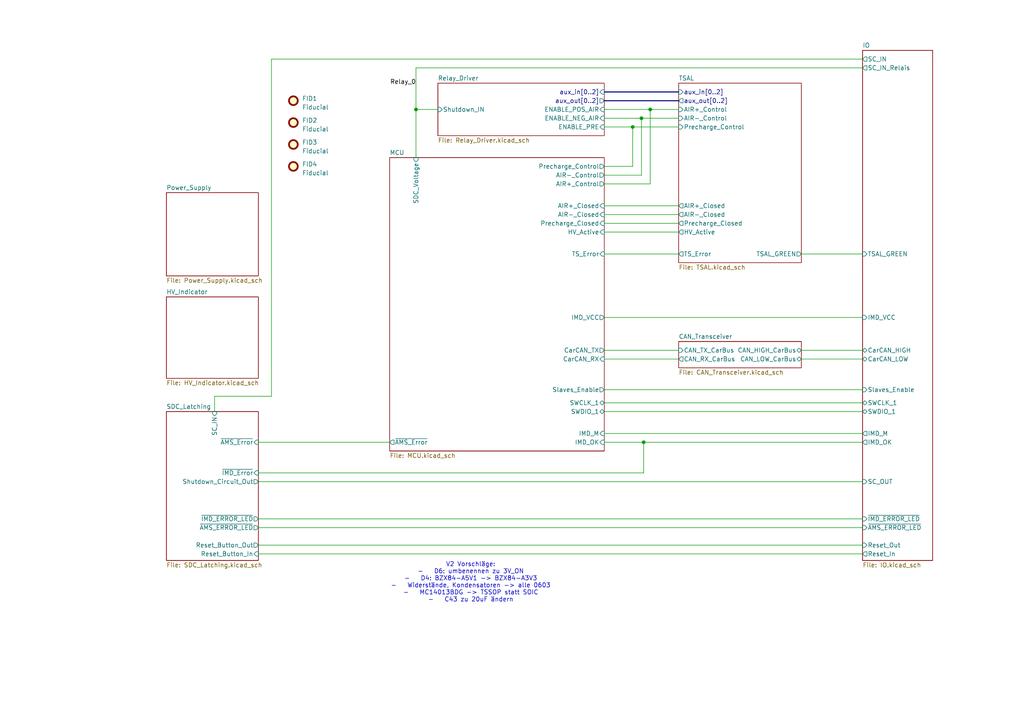
<source format=kicad_sch>
(kicad_sch (version 20231120) (generator "eeschema") (generator_version "8.0")
  (paper "A4")
  (lib_symbols
    (symbol "Mechanical:Fiducial"
      (property "Reference" "FID" (at 0 5.08 0))
      (property "Value" "Fiducial" (at 0 3.175 0))
      (symbol "Fiducial_0_1"
        (circle (center 0 0) (radius 1.27) (stroke (width 0.508)) (fill (type background)))
      )
    )
  )
  (junction (at 186.69 128.27))
  (junction (at 188.595 31.75))
  (junction (at 183.515 36.83))
  (junction (at 186.055 34.29))
  (junction (at 120.65 31.75))
  (wire (pts (xy 175.26 59.69) (xy 196.85 59.69)))
  (wire (pts (xy 74.93 150.495) (xy 250.19 150.495)))
  (wire (pts (xy 188.595 53.34) (xy 188.595 31.75)))
  (wire (pts (xy 175.26 36.83) (xy 183.515 36.83)))
  (wire (pts (xy 175.26 128.27) (xy 186.69 128.27)))
  (wire (pts (xy 186.055 34.29) (xy 196.85 34.29)))
  (wire (pts (xy 120.65 19.685) (xy 120.65 31.75)))
  (wire (pts (xy 186.69 128.27) (xy 186.69 137.16)))
  (bus (pts (xy 175.26 29.21) (xy 196.85 29.21)))
  (wire (pts (xy 175.26 31.75) (xy 188.595 31.75)))
  (wire (pts (xy 78.74 17.145) (xy 250.19 17.145)))
  (wire (pts (xy 78.74 114.935) (xy 62.23 114.935)))
  (wire (pts (xy 175.26 113.03) (xy 250.19 113.03)))
  (wire (pts (xy 74.93 153.035) (xy 250.19 153.035)))
  (wire (pts (xy 74.93 158.115) (xy 250.19 158.115)))
  (wire (pts (xy 183.515 36.83) (xy 183.515 48.26)))
  (wire (pts (xy 78.74 17.145) (xy 78.74 114.935)))
  (wire (pts (xy 188.595 31.75) (xy 196.85 31.75)))
  (wire (pts (xy 175.26 92.075) (xy 250.19 92.075)))
  (wire (pts (xy 232.41 104.14) (xy 250.19 104.14)))
  (wire (pts (xy 175.26 73.66) (xy 196.85 73.66)))
  (wire (pts (xy 175.26 48.26) (xy 183.515 48.26)))
  (wire (pts (xy 175.26 67.31) (xy 196.85 67.31)))
  (wire (pts (xy 74.93 128.27) (xy 113.03 128.27)))
  (wire (pts (xy 175.26 116.84) (xy 250.19 116.84)))
  (wire (pts (xy 120.65 31.75) (xy 120.65 45.72)))
  (wire (pts (xy 175.26 50.8) (xy 186.055 50.8)))
  (wire (pts (xy 120.65 31.75) (xy 127 31.75)))
  (wire (pts (xy 74.93 139.7) (xy 250.19 139.7)))
  (wire (pts (xy 175.26 64.77) (xy 196.85 64.77)))
  (wire (pts (xy 175.26 34.29) (xy 186.055 34.29)))
  (wire (pts (xy 175.26 62.23) (xy 196.85 62.23)))
  (wire (pts (xy 232.41 73.66) (xy 250.19 73.66)))
  (wire (pts (xy 186.69 128.27) (xy 250.19 128.27)))
  (wire (pts (xy 74.93 160.655) (xy 250.19 160.655)))
  (wire (pts (xy 175.26 125.73) (xy 250.19 125.73)))
  (wire (pts (xy 175.26 101.6) (xy 196.85 101.6)))
  (wire (pts (xy 183.515 36.83) (xy 196.85 36.83)))
  (wire (pts (xy 175.26 119.38) (xy 250.19 119.38)))
  (bus (pts (xy 175.26 26.67) (xy 196.85 26.67)))
  (wire (pts (xy 175.26 104.14) (xy 196.85 104.14)))
  (wire (pts (xy 74.93 137.16) (xy 186.69 137.16)))
  (wire (pts (xy 62.23 114.935) (xy 62.23 119.38)))
  (wire (pts (xy 120.65 19.685) (xy 250.19 19.685)))
  (wire (pts (xy 232.41 101.6) (xy 250.19 101.6)))
  (wire (pts (xy 186.055 34.29) (xy 186.055 50.8)))
  (wire (pts (xy 175.26 53.34) (xy 188.595 53.34)))
  (text "V2 Vorschläge:\n-	D6: umbenennen zu 3V_ON\n-	D4: BZX84-A5V1 -> BZX84-A3V3\n- 	Widerstände, Kondensatoren -> alle 0603\n- 	MC14013BDG -> TSSOP statt SOIC\n- 	C43 zu 20uF ändern" (at 136.525 168.91 0) (effects (font (size 1.27 1.27))))
  (label "Relay_0" (at 120.65 24.765 180) (property "Netclass" "Relay" (effects (hide yes))))
  (symbol (lib_id "Mechanical:Fiducial") (at 85.09 29.21 0) (unit 1)
    (property "Reference" "FID1" (at 87.63 28.575 0) (effects (justify left)))
    (property "Value" "Fiducial" (at 87.63 31.115 0) (effects (justify left)))
    (property "Footprint" "Fiducial:Fiducial_1mm_Mask2mm" (effects (hide yes)))
    (property "Description" "Fiducial Marker" (effects (hide yes)))
  )
  (symbol (lib_id "Mechanical:Fiducial") (at 85.09 35.56 0) (unit 1)
    (property "Reference" "FID2" (at 87.63 34.925 0) (effects (justify left)))
    (property "Value" "Fiducial" (at 87.63 37.465 0) (effects (justify left)))
    (property "Footprint" "Fiducial:Fiducial_1mm_Mask2mm" (effects (hide yes)))
    (property "Description" "Fiducial Marker" (effects (hide yes)))
  )
  (symbol (lib_id "Mechanical:Fiducial") (at 85.09 48.26 0) (unit 1)
    (property "Reference" "FID4" (at 87.63 47.625 0) (effects (justify left)))
    (property "Value" "Fiducial" (at 87.63 50.165 0) (effects (justify left)))
    (property "Footprint" "Fiducial:Fiducial_1mm_Mask2mm" (effects (hide yes)))
    (property "Description" "Fiducial Marker" (effects (hide yes)))
  )
  (symbol (lib_id "Mechanical:Fiducial") (at 85.09 41.91 0) (unit 1)
    (property "Reference" "FID3" (at 87.63 41.275 0) (effects (justify left)))
    (property "Value" "Fiducial" (at 87.63 43.815 0) (effects (justify left)))
    (property "Footprint" "Fiducial:Fiducial_1mm_Mask2mm" (effects (hide yes)))
    (property "Description" "Fiducial Marker" (effects (hide yes)))
  )
  (sheet (at 48.26 119.38) (size 26.67 43.18) (stroke (width 0.1524))
    (property "Sheetname" "SDC_Latching" (at 48.26 118.6684 0) (effects (justify left bottom)))
    (property "Sheetfile" "SDC_Latching.kicad_sch" (at 48.26 163.1446 0) (effects (justify left top)))
    (pin "Reset_Button_In" input (at 74.93 160.655 0))
    (pin "Reset_Button_Out" output (at 74.93 158.115 0))
    (pin "~{AMS_ERROR_LED}" output (at 74.93 153.035 0))
    (pin "~{IMD_ERROR_LED}" output (at 74.93 150.495 0))
    (pin "Shutdown_Circuit_Out" output (at 74.93 139.7 0))
    (pin "~{IMD_Error}" input (at 74.93 137.16 0))
    (pin "SC_IN" input (at 62.23 119.38 90))
    (pin "~{AMS_Error}" input (at 74.93 128.27 0))
  )
  (sheet (at 48.26 55.88) (size 26.67 24.13) (stroke (width 0.1524))
    (property "Sheetname" "Power_Supply" (at 48.26 55.1684 0) (effects (justify left bottom)))
    (property "Sheetfile" "Power_Supply.kicad_sch" (at 48.26 80.5946 0) (effects (justify left top)))
  )
  (sheet (at 196.85 24.13) (size 35.56 52.07) (stroke (width 0.1524))
    (property "Sheetname" "TSAL" (at 196.85 23.4184 0) (effects (justify left bottom)))
    (property "Sheetfile" "TSAL.kicad_sch" (at 196.85 76.7846 0) (effects (justify left top)))
    (pin "AIR-_Closed" output (at 196.85 62.23 180))
    (pin "AIR-_Control" input (at 196.85 34.29 180))
    (pin "AIR+_Control" input (at 196.85 31.75 180))
    (pin "AIR+_Closed" output (at 196.85 59.69 180))
    (pin "HV_Active" output (at 196.85 67.31 180))
    (pin "aux_in[0..2]" input (at 196.85 26.67 180))
    (pin "aux_out[0..2]" output (at 196.85 29.21 180))
    (pin "TS_Error" output (at 196.85 73.66 180))
    (pin "Precharge_Closed" output (at 196.85 64.77 180))
    (pin "Precharge_Control" input (at 196.85 36.83 180))
    (pin "TSAL_GREEN" output (at 232.41 73.66 0))
  )
  (sheet (at 48.26 86.106) (size 26.67 23.622) (stroke (width 0.1524))
    (property "Sheetname" "HV_Indicator" (at 48.26 85.3944 0) (effects (justify left bottom)))
    (property "Sheetfile" "HV_Indicator.kicad_sch" (at 48.26 110.3126 0) (effects (justify left top)))
  )
  (sheet (at 127 24.13) (size 48.26 15.24) (stroke (width 0.1524))
    (property "Sheetname" "Relay_Driver" (at 127 23.4184 0) (effects (justify left bottom)))
    (property "Sheetfile" "Relay_Driver.kicad_sch" (at 127 39.9546 0) (effects (justify left top)))
    (pin "ENABLE_NEG_AIR" input (at 175.26 34.29 0))
    (pin "Shutdown_IN" input (at 127 31.75 180))
    (pin "ENABLE_POS_AIR" input (at 175.26 31.75 0))
    (pin "aux_out[0..2]" output (at 175.26 29.21 0))
    (pin "aux_in[0..2]" input (at 175.26 26.67 0))
    (pin "ENABLE_PRE" input (at 175.26 36.83 0))
  )
  (sheet (at 113.03 45.72) (size 62.23 85.09) (stroke (width 0.1524))
    (property "Sheetname" "MCU" (at 113.03 45.0084 0) (effects (justify left bottom)))
    (property "Sheetfile" "MCU.kicad_sch" (at 113.03 131.3946 0) (effects (justify left top)))
    (pin "CarCAN_TX" output (at 175.26 101.6 0))
    (pin "SWCLK_1" bidirectional (at 175.26 116.84 0))
    (pin "SWDIO_1" bidirectional (at 175.26 119.38 0))
    (pin "CarCAN_RX" input (at 175.26 104.14 0))
    (pin "Slaves_Enable" output (at 175.26 113.03 0))
    (pin "AIR+_Control" output (at 175.26 53.34 0))
    (pin "AIR-_Control" output (at 175.26 50.8 0))
    (pin "HV_Active" input (at 175.26 67.31 0))
    (pin "AIR+_Closed" input (at 175.26 59.69 0))
    (pin "AIR-_Closed" input (at 175.26 62.23 0))
    (pin "SDC_Voltage" input (at 120.65 45.72 90))
    (pin "IMD_OK" input (at 175.26 128.27 0))
    (pin "IMD_VCC" output (at 175.26 92.075 0))
    (pin "TS_Error" input (at 175.26 73.66 0))
    (pin "IMD_M" input (at 175.26 125.73 0))
    (pin "Precharge_Control" output (at 175.26 48.26 0))
    (pin "Precharge_Closed" input (at 175.26 64.77 0))
    (pin "~{AMS_Error}" output (at 113.03 128.27 180))
  )
  (sheet (at 196.85 99.06) (size 35.56 7.62) (stroke (width 0.1524))
    (property "Sheetname" "CAN_Transceiver" (at 196.85 98.3484 0) (effects (justify left bottom)))
    (property "Sheetfile" "CAN_Transceiver.kicad_sch" (at 196.85 107.2646 0) (effects (justify left top)))
    (pin "CAN_HIGH_CarBus" bidirectional (at 232.41 101.6 0))
    (pin "CAN_LOW_CarBus" bidirectional (at 232.41 104.14 0))
    (pin "CAN_TX_CarBus" input (at 196.85 101.6 180))
    (pin "CAN_RX_CarBus" output (at 196.85 104.14 180))
  )
  (sheet (at 250.19 14.605) (size 20.32 147.955) (stroke (width 0.1524))
    (property "Sheetname" "IO" (at 250.19 13.8934 0) (effects (justify left bottom)))
    (property "Sheetfile" "IO.kicad_sch" (at 250.19 163.1446 0) (effects (justify left top)))
    (pin "IMD_OK" output (at 250.19 128.27 180))
    (pin "CarCAN_HIGH" bidirectional (at 250.19 101.6 180))
    (pin "CarCAN_LOW" bidirectional (at 250.19 104.14 180))
    (pin "SC_OUT" input (at 250.19 139.7 180))
    (pin "SC_IN" output (at 250.19 17.145 180))
    (pin "SWCLK_1" bidirectional (at 250.19 116.84 180))
    (pin "SWDIO_1" bidirectional (at 250.19 119.38 180))
    (pin "Reset_Out" input (at 250.19 158.115 180))
    (pin "Reset_In" output (at 250.19 160.655 180))
    (pin "SC_IN_Relais" output (at 250.19 19.685 180))
    (pin "Slaves_Enable" input (at 250.19 113.03 180))
    (pin "IMD_VCC" input (at 250.19 92.075 180))
    (pin "IMD_M" output (at 250.19 125.73 180))
    (pin "~{AMS_ERROR_LED}" input (at 250.19 153.035 180))
    (pin "~{IMD_ERROR_LED}" input (at 250.19 150.495 180))
    (pin "TSAL_GREEN" input (at 250.19 73.66 180))
  )
)
</source>
